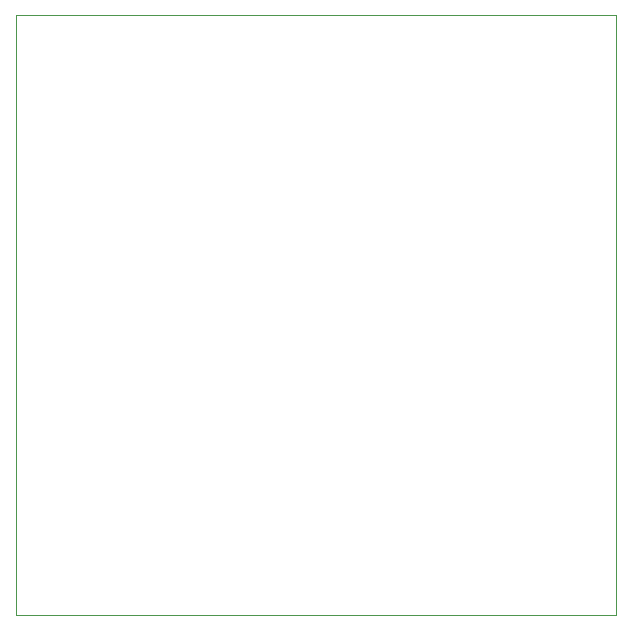
<source format=gbr>
G04 #@! TF.FileFunction,Profile,NP*
%FSLAX46Y46*%
G04 Gerber Fmt 4.6, Leading zero omitted, Abs format (unit mm)*
G04 Created by KiCad (PCBNEW (2015-05-28 BZR 5689)-product) date Wed Jul 29 02:52:55 2015*
%MOMM*%
G01*
G04 APERTURE LIST*
%ADD10C,0.100000*%
G04 APERTURE END LIST*
D10*
X186690000Y-82550000D02*
X186690000Y-31750000D01*
X237490000Y-82550000D02*
X186690000Y-82550000D01*
X237490000Y-31750000D02*
X237490000Y-82550000D01*
X186690000Y-31750000D02*
X237490000Y-31750000D01*
M02*

</source>
